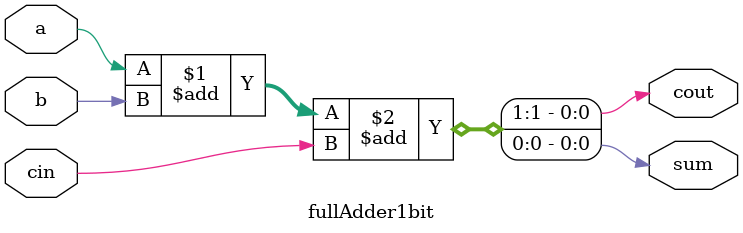
<source format=v>
`ifndef FULLADDER_1BIT
`define FULLADDER_1BIT
    module fullAdder1bit(
        input a,
        input b,
        input cin,
        output sum,
        output cout);

        // initial
        //     $display("FA_IP = ")

        // initial
        //     $monitor("fa i/p: ",cin,b,a," fa o/p: ",cout,sum);
        
        assign {cout,sum} = a+b+cin;


    endmodule
`endif
</source>
